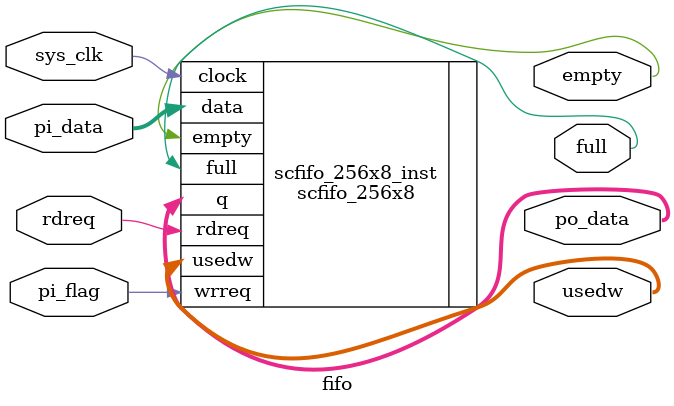
<source format=v>
`timescale  1ns/1ns

module fifo
(
    input   wire            sys_clk     ,   //系统时钟50Mhz
    input   wire    [7:0]   pi_data     ,   //输入顶层模块的数据
                                            //要写入到FIFO中的数据
    input   wire            pi_flag     ,   //输入数据有效标志信号
                                            //也作为FIFO的写请求信号
    input   wire            rdreq       ,   //FIFO读请求信号

    output  wire    [7:0]   po_data     ,   //FIFO读出的数据
    output  wire            empty       ,   //FIFO空标志信号，高有效
    output  wire            full        ,   //FIFO满标志信号，高有效
    output  wire    [7:0]   usedw           //FIFO中存在的数据个数
);

//********************************************************************//
//*************************** Instantiation **************************//
//********************************************************************//

//---------------scfifo_256x8_inst-------------------
scfifo_256x8    scfifo_256x8_inst(
    .clock  (sys_clk    ),  //input            clock
    .data   (pi_data    ),  //input    [7:0]   data
    .rdreq  (rdreq      ),  //input            rdreq
    .wrreq  (pi_flag    ),  //input            wrreq

    .empty  (empty      ),  //output           empty
    .full   (full       ),  //output           full
    .q      (po_data    ),  //output   [7:0]   q
    .usedw  (usedw      )   //output   [7:0]   usedw
);

endmodule

</source>
